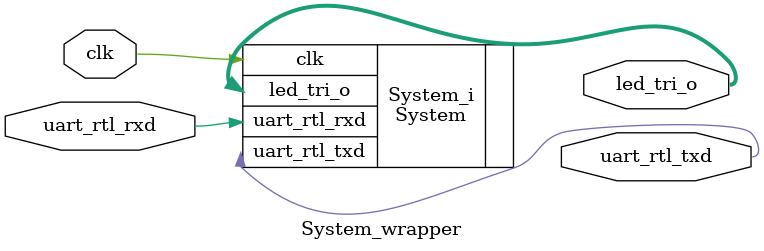
<source format=v>
`timescale 1 ps / 1 ps

module System_wrapper
   (clk,
    led_tri_o,
    uart_rtl_rxd,
    uart_rtl_txd);
  input clk;
  output [7:0]led_tri_o;
  input uart_rtl_rxd;
  output uart_rtl_txd;

  wire clk;
  wire [7:0]led_tri_o;
  wire uart_rtl_rxd;
  wire uart_rtl_txd;

  System System_i
       (.clk(clk),
        .led_tri_o(led_tri_o),
        .uart_rtl_rxd(uart_rtl_rxd),
        .uart_rtl_txd(uart_rtl_txd));
endmodule

</source>
